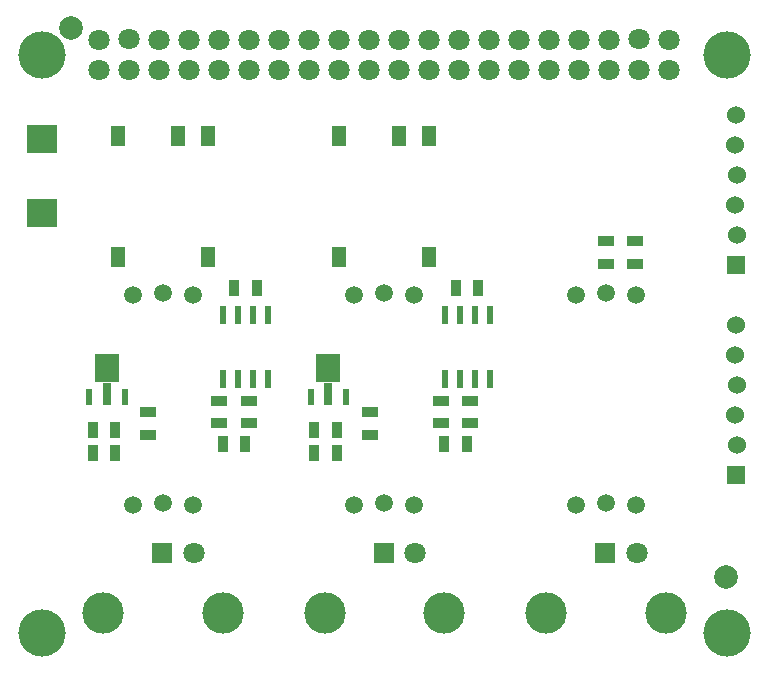
<source format=gbr>
G04 #@! TF.GenerationSoftware,KiCad,Pcbnew,no-vcs-found-7434~57~ubuntu14.04.1*
G04 #@! TF.CreationDate,2017-04-19T10:19:01+02:00*
G04 #@! TF.ProjectId,tentacle-raspi,74656E7461636C652D72617370692E6B,1.0*
G04 #@! TF.FileFunction,Soldermask,Top*
G04 #@! TF.FilePolarity,Negative*
%FSLAX46Y46*%
G04 Gerber Fmt 4.6, Leading zero omitted, Abs format (unit mm)*
G04 Created by KiCad (PCBNEW no-vcs-found-7434~57~ubuntu14.04.1) date Wed Apr 19 10:19:01 2017*
%MOMM*%
%LPD*%
G01*
G04 APERTURE LIST*
%ADD10C,0.150000*%
%ADD11C,1.524000*%
%ADD12R,1.524000X1.524000*%
%ADD13C,1.500000*%
%ADD14C,1.800000*%
%ADD15R,1.800000X1.800000*%
%ADD16C,3.500000*%
%ADD17R,1.200000X1.800000*%
%ADD18C,2.000000*%
%ADD19R,0.600000X1.550000*%
%ADD20R,1.397000X0.889000*%
%ADD21R,0.889000X1.397000*%
%ADD22R,2.000000X2.450000*%
%ADD23R,0.570000X1.400000*%
%ADD24R,0.650000X1.900000*%
%ADD25R,2.600000X2.370000*%
%ADD26C,4.000000*%
G04 APERTURE END LIST*
D10*
D11*
X62250000Y-9120000D03*
X62186500Y-11660000D03*
X62313500Y-14200000D03*
X62186500Y-16740000D03*
X62313500Y-19280000D03*
D12*
X62250000Y-21820000D03*
D11*
X62250000Y-26900000D03*
X62186500Y-29440000D03*
X62313500Y-31980000D03*
X62186500Y-34520000D03*
X62313500Y-37060000D03*
D12*
X62250000Y-39600000D03*
D13*
X16290000Y-42140000D03*
X13750000Y-41987600D03*
X11210000Y-42140000D03*
X16290000Y-24360000D03*
X13750000Y-24207600D03*
X11210000Y-24360000D03*
X35040000Y-42140000D03*
X32500000Y-41987600D03*
X29960000Y-42140000D03*
X35040000Y-24360000D03*
X32500000Y-24207600D03*
X29960000Y-24360000D03*
X53790000Y-42140000D03*
X51250000Y-41987600D03*
X48710000Y-42140000D03*
X53790000Y-24360000D03*
X51250000Y-24207600D03*
X48710000Y-24360000D03*
D14*
X35103500Y-46170000D03*
D15*
X32436500Y-46170000D03*
D16*
X27436500Y-51250000D03*
X37563500Y-51250000D03*
D14*
X53853500Y-46170000D03*
D15*
X51186500Y-46170000D03*
D16*
X46186500Y-51250000D03*
X56313500Y-51250000D03*
D14*
X16353500Y-46170000D03*
D15*
X13686500Y-46170000D03*
D16*
X8686500Y-51250000D03*
X18813500Y-51250000D03*
D14*
X56630000Y-2730000D03*
X56630000Y-5270000D03*
X54090000Y-2666500D03*
X54090000Y-5333500D03*
X51550000Y-2730000D03*
X51550000Y-5270000D03*
X49010000Y-2730000D03*
X49010000Y-5270000D03*
X46470000Y-2730000D03*
X46470000Y-5270000D03*
X43930000Y-2730000D03*
X43930000Y-5270000D03*
X41390000Y-2730000D03*
X41390000Y-5270000D03*
X38850000Y-2730000D03*
X38850000Y-5270000D03*
X36310000Y-2730000D03*
X36310000Y-5270000D03*
X33770000Y-2730000D03*
X33770000Y-5270000D03*
X31230000Y-2730000D03*
X31230000Y-5270000D03*
X28690000Y-2730000D03*
X28690000Y-5270000D03*
X26150000Y-2730000D03*
X26150000Y-5270000D03*
X23610000Y-2730000D03*
X23610000Y-5270000D03*
X21070000Y-2730000D03*
X21070000Y-5270000D03*
X18530000Y-2730000D03*
X18530000Y-5270000D03*
X15990000Y-2730000D03*
X15990000Y-5270000D03*
X13450000Y-2730000D03*
X13450000Y-5270000D03*
X10910000Y-2666500D03*
X10910000Y-5333500D03*
X8370000Y-2730000D03*
X8370000Y-5270000D03*
D17*
X17560000Y-21100000D03*
X9940000Y-21100000D03*
X9940000Y-10900000D03*
X15020000Y-10900000D03*
X17560000Y-10900000D03*
X36310000Y-21100000D03*
X28690000Y-21100000D03*
X28690000Y-10900000D03*
X33770000Y-10900000D03*
X36310000Y-10900000D03*
D18*
X61442000Y-48206500D03*
X6000000Y-1750000D03*
D19*
X37595000Y-26050000D03*
X38865000Y-26050000D03*
X40135000Y-26050000D03*
X41405000Y-26050000D03*
X41405000Y-31450000D03*
X40135000Y-31450000D03*
X38865000Y-31450000D03*
X37595000Y-31450000D03*
X18845000Y-26050000D03*
X20115000Y-26050000D03*
X21385000Y-26050000D03*
X22655000Y-26050000D03*
X22655000Y-31450000D03*
X21385000Y-31450000D03*
X20115000Y-31450000D03*
X18845000Y-31450000D03*
D20*
X37250000Y-33297500D03*
X37250000Y-35202500D03*
X39750000Y-33297500D03*
X39750000Y-35202500D03*
X18500000Y-33297500D03*
X18500000Y-35202500D03*
X21000000Y-33297500D03*
X21000000Y-35202500D03*
X53750000Y-19797500D03*
X53750000Y-21702500D03*
X51250000Y-19797500D03*
X51250000Y-21702500D03*
D21*
X40452500Y-23750000D03*
X38547500Y-23750000D03*
X37547500Y-37000000D03*
X39452500Y-37000000D03*
X26547500Y-35750000D03*
X28452500Y-35750000D03*
X26547500Y-37750000D03*
X28452500Y-37750000D03*
X21702500Y-23750000D03*
X19797500Y-23750000D03*
X18797500Y-37000000D03*
X20702500Y-37000000D03*
X7797500Y-35750000D03*
X9702500Y-35750000D03*
D20*
X12500000Y-34297500D03*
X12500000Y-36202500D03*
D21*
X7797500Y-37750000D03*
X9702500Y-37750000D03*
D20*
X31250000Y-34297500D03*
X31250000Y-36202500D03*
D22*
X27750000Y-30550000D03*
D23*
X29250000Y-32975000D03*
D24*
X27750000Y-32725000D03*
D23*
X26250000Y-32975000D03*
D22*
X9000000Y-30550000D03*
D23*
X10500000Y-32975000D03*
D24*
X9000000Y-32725000D03*
D23*
X7500000Y-32975000D03*
D25*
X3500000Y-17370000D03*
X3500000Y-11130000D03*
D26*
X61500000Y-53000000D03*
X3500000Y-53000000D03*
X3500000Y-4000000D03*
X61500000Y-4000000D03*
M02*

</source>
